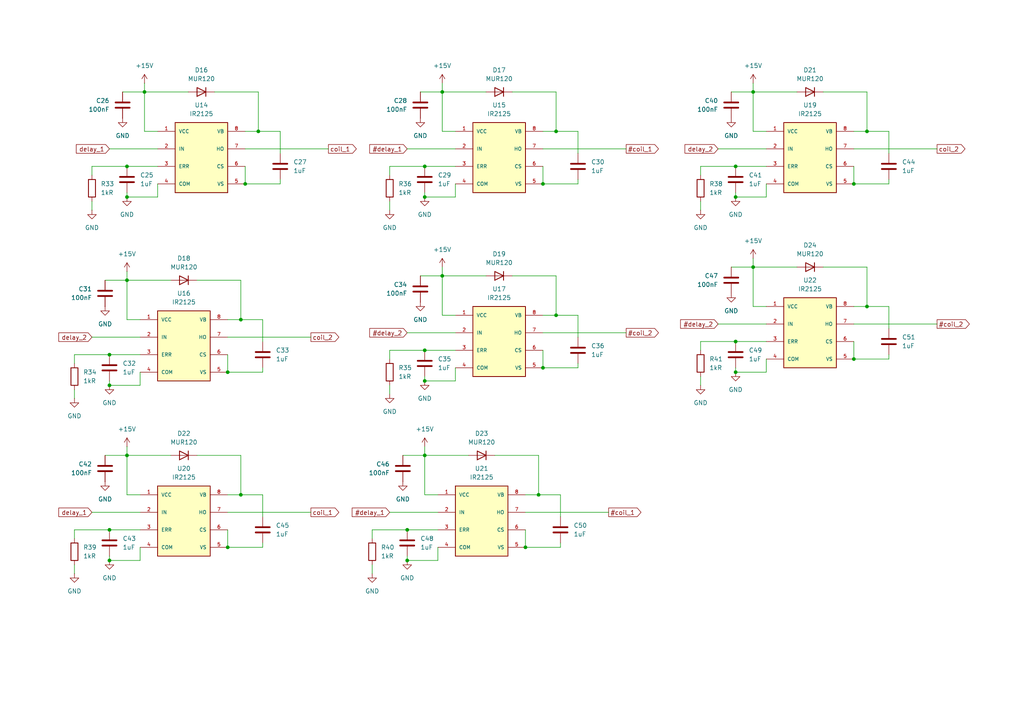
<source format=kicad_sch>
(kicad_sch (version 20250114) (generator "eeschema") (generator_version "9.0")
  (paper "A4")
  (lib_symbols
    (symbol "Device:C" (pin_numbers (hide yes)) (pin_names (offset 0.254))
      (property "Reference" "C" (at 0.635 2.54 0))
      (property "Value" "C" (at 0.635 -2.54 0))
      (symbol "C_0_1"
        (polyline (pts (xy -2.032 0.762) (xy 2.032 0.762)) (stroke (width 0.508)))
        (polyline (pts (xy -2.032 -0.762) (xy 2.032 -0.762)) (stroke (width 0.508)))
      )
      (symbol "C_1_1"
        (pin passive line (at 0 3.81 270) (length 2.794) (name "~") (number "1"))
        (pin passive line (at 0 -3.81 90) (length 2.794) (name "~") (number "2"))
      )
    )
    (symbol "Device:D" (pin_numbers (hide yes)) (pin_names (offset 1.016) (hide yes))
      (property "Reference" "D" (at 0 2.54 0))
      (property "Value" "D" (at 0 -2.54 0))
      (symbol "D_0_1"
        (polyline (pts (xy -1.27 1.27) (xy -1.27 -1.27)) (stroke (width 0.254)))
        (polyline (pts (xy 1.27 1.27) (xy 1.27 -1.27) (xy -1.27 0) (xy 1.27 1.27)) (stroke (width 0.254)))
        (polyline (pts (xy 1.27 0) (xy -1.27 0)))
      )
      (symbol "D_1_1"
        (pin passive line (at -3.81 0 0) (length 2.54) (name "K") (number "1"))
        (pin passive line (at 3.81 0 180) (length 2.54) (name "A") (number "2"))
      )
    )
    (symbol "Device:R" (pin_numbers (hide yes)) (pin_names (offset 0))
      (property "Reference" "R" (at 2.032 0 90))
      (property "Value" "R" (at 0 0 90))
      (symbol "R_0_1"
        (rectangle (start -1.016 -2.54) (end 1.016 2.54) (stroke (width 0.254)))
      )
      (symbol "R_1_1"
        (pin passive line (at 0 3.81 270) (length 1.27) (name "~") (number "1"))
        (pin passive line (at 0 -3.81 90) (length 1.27) (name "~") (number "2"))
      )
    )
    (symbol "IR2125:IR2125" (pin_names (offset 1.016))
      (property "Reference" "U" (at -7.6239 10.1652 0))
      (property "Value" "IR2125" (at -7.6344 -12.724 0))
      (symbol "IR2125_0_0"
        (rectangle (start -7.62 -10.16) (end 7.62 10.16) (stroke (width 0.254)) (fill (type background)))
        (pin power_in line (at -12.7 7.62 0) (length 5.08) (name "VCC") (number "1"))
        (pin input line (at -12.7 2.54 0) (length 5.08) (name "IN") (number "2"))
        (pin input line (at -12.7 -2.54 0) (length 5.08) (name "ERR") (number "3"))
        (pin power_in line (at -12.7 -7.62 0) (length 5.08) (name "COM") (number "4"))
        (pin power_in line (at 12.7 7.62 180) (length 5.08) (name "VB") (number "8"))
        (pin output line (at 12.7 2.54 180) (length 5.08) (name "HO") (number "7"))
        (pin input line (at 12.7 -2.54 180) (length 5.08) (name "CS") (number "6"))
        (pin power_in line (at 12.7 -7.62 180) (length 5.08) (name "VS") (number "5"))
      )
    )
    (symbol "power:+15V" (power) (pin_numbers (hide yes)) (pin_names (offset 0) (hide yes))
      (property "Value" "+15V" (at 0 3.556 0))
      (symbol "+15V_0_1"
        (polyline (pts (xy -0.762 1.27) (xy 0 2.54)))
        (polyline (pts (xy 0 2.54) (xy 0.762 1.27)))
        (polyline (pts (xy 0 0) (xy 0 2.54)))
      )
      (symbol "+15V_1_1"
        (pin power_in line (at 0 0 90) (length 0) (name "~") (number "1"))
      )
    )
    (symbol "power:GND" (power) (pin_numbers (hide yes)) (pin_names (offset 0) (hide yes))
      (property "Value" "GND" (at 0 -3.81 0))
      (symbol "GND_0_1"
        (polyline (pts (xy 0 0) (xy 0 -1.27) (xy 1.27 -1.27) (xy 0 -2.54) (xy -1.27 -1.27) (xy 0 -1.27)))
      )
      (symbol "GND_1_1"
        (pin power_in line (at 0 0 270) (length 0) (name "~") (number "1"))
      )
    )
  )
  (junction (at 123.19 132.08))
  (junction (at 213.36 57.15))
  (junction (at 36.83 132.08))
  (junction (at 128.27 80.01))
  (junction (at 74.93 38.1))
  (junction (at 71.12 53.34))
  (junction (at 66.04 158.75))
  (junction (at 218.44 77.47))
  (junction (at 128.27 26.67))
  (junction (at 123.19 110.49))
  (junction (at 247.65 104.14))
  (junction (at 157.48 106.68))
  (junction (at 161.29 38.1))
  (junction (at 213.36 48.26))
  (junction (at 152.4 158.75))
  (junction (at 251.46 88.9))
  (junction (at 118.11 153.67))
  (junction (at 41.91 26.67))
  (junction (at 247.65 53.34))
  (junction (at 31.75 102.87))
  (junction (at 213.36 99.06))
  (junction (at 31.75 153.67))
  (junction (at 156.21 143.51))
  (junction (at 36.83 48.26))
  (junction (at 251.46 38.1))
  (junction (at 123.19 57.15))
  (junction (at 66.04 107.95))
  (junction (at 123.19 48.26))
  (junction (at 69.85 92.71))
  (junction (at 161.29 91.44))
  (junction (at 123.19 101.6))
  (junction (at 31.75 111.76))
  (junction (at 36.83 81.28))
  (junction (at 157.48 53.34))
  (junction (at 118.11 162.56))
  (junction (at 69.85 143.51))
  (junction (at 213.36 107.95))
  (junction (at 31.75 162.56))
  (junction (at 218.44 26.67))
  (junction (at 36.83 57.15))
  (wire (pts (xy 62.23 26.67) (xy 74.93 26.67)))
  (wire (pts (xy 31.75 111.76) (xy 40.64 111.76)))
  (wire (pts (xy 251.46 88.9) (xy 247.65 88.9)))
  (wire (pts (xy 213.36 48.26) (xy 222.25 48.26)))
  (wire (pts (xy 71.12 43.18) (xy 95.25 43.18)))
  (wire (pts (xy 21.59 113.03) (xy 21.59 115.57)))
  (wire (pts (xy 247.65 93.98) (xy 271.78 93.98)))
  (wire (pts (xy 31.75 153.67) (xy 40.64 153.67)))
  (wire (pts (xy 203.2 58.42) (xy 203.2 60.96)))
  (wire (pts (xy 41.91 38.1) (xy 45.72 38.1)))
  (wire (pts (xy 36.83 81.28) (xy 49.53 81.28)))
  (wire (pts (xy 26.67 148.59) (xy 40.64 148.59)))
  (wire (pts (xy 76.2 107.95) (xy 76.2 106.68)))
  (wire (pts (xy 74.93 38.1) (xy 71.12 38.1)))
  (wire (pts (xy 31.75 110.49) (xy 31.75 111.76)))
  (wire (pts (xy 121.92 80.01) (xy 128.27 80.01)))
  (wire (pts (xy 118.11 161.29) (xy 118.11 162.56)))
  (wire (pts (xy 57.15 132.08) (xy 69.85 132.08)))
  (wire (pts (xy 35.56 26.67) (xy 41.91 26.67)))
  (wire (pts (xy 66.04 153.67) (xy 66.04 158.75)))
  (wire (pts (xy 31.75 161.29) (xy 31.75 162.56)))
  (wire (pts (xy 107.95 156.21) (xy 107.95 153.67)))
  (wire (pts (xy 123.19 55.88) (xy 123.19 57.15)))
  (wire (pts (xy 36.83 143.51) (xy 40.64 143.51)))
  (wire (pts (xy 157.48 53.34) (xy 167.64 53.34)))
  (wire (pts (xy 203.2 48.26) (xy 213.36 48.26)))
  (wire (pts (xy 218.44 26.67) (xy 231.14 26.67)))
  (wire (pts (xy 167.64 91.44) (xy 167.64 97.79)))
  (wire (pts (xy 123.19 48.26) (xy 132.08 48.26)))
  (wire (pts (xy 157.48 106.68) (xy 167.64 106.68)))
  (wire (pts (xy 218.44 88.9) (xy 222.25 88.9)))
  (wire (pts (xy 36.83 81.28) (xy 36.83 92.71)))
  (wire (pts (xy 212.09 26.67) (xy 218.44 26.67)))
  (wire (pts (xy 76.2 158.75) (xy 76.2 157.48)))
  (wire (pts (xy 128.27 26.67) (xy 128.27 38.1)))
  (wire (pts (xy 118.11 96.52) (xy 132.08 96.52)))
  (wire (pts (xy 71.12 48.26) (xy 71.12 53.34)))
  (wire (pts (xy 161.29 91.44) (xy 157.48 91.44)))
  (wire (pts (xy 21.59 163.83) (xy 21.59 166.37)))
  (wire (pts (xy 40.64 107.95) (xy 40.64 111.76)))
  (wire (pts (xy 212.09 77.47) (xy 218.44 77.47)))
  (wire (pts (xy 26.67 97.79) (xy 40.64 97.79)))
  (wire (pts (xy 128.27 24.13) (xy 128.27 26.67)))
  (wire (pts (xy 167.64 38.1) (xy 167.64 44.45)))
  (wire (pts (xy 152.4 148.59) (xy 176.53 148.59)))
  (wire (pts (xy 238.76 77.47) (xy 251.46 77.47)))
  (wire (pts (xy 26.67 58.42) (xy 26.67 60.96)))
  (wire (pts (xy 123.19 132.08) (xy 135.89 132.08)))
  (wire (pts (xy 21.59 153.67) (xy 31.75 153.67)))
  (wire (pts (xy 218.44 38.1) (xy 222.25 38.1)))
  (wire (pts (xy 156.21 132.08) (xy 156.21 143.51)))
  (wire (pts (xy 152.4 158.75) (xy 162.56 158.75)))
  (wire (pts (xy 118.11 162.56) (xy 127 162.56)))
  (wire (pts (xy 161.29 38.1) (xy 167.64 38.1)))
  (wire (pts (xy 128.27 38.1) (xy 132.08 38.1)))
  (wire (pts (xy 71.12 53.34) (xy 81.28 53.34)))
  (wire (pts (xy 161.29 80.01) (xy 161.29 91.44)))
  (wire (pts (xy 161.29 91.44) (xy 167.64 91.44)))
  (wire (pts (xy 251.46 26.67) (xy 251.46 38.1)))
  (wire (pts (xy 257.81 104.14) (xy 257.81 102.87)))
  (wire (pts (xy 156.21 143.51) (xy 152.4 143.51)))
  (wire (pts (xy 69.85 92.71) (xy 76.2 92.71)))
  (wire (pts (xy 45.72 53.34) (xy 45.72 57.15)))
  (wire (pts (xy 69.85 81.28) (xy 69.85 92.71)))
  (wire (pts (xy 66.04 102.87) (xy 66.04 107.95)))
  (wire (pts (xy 247.65 48.26) (xy 247.65 53.34)))
  (wire (pts (xy 128.27 77.47) (xy 128.27 80.01)))
  (wire (pts (xy 208.28 93.98) (xy 222.25 93.98)))
  (wire (pts (xy 21.59 102.87) (xy 31.75 102.87)))
  (wire (pts (xy 203.2 101.6) (xy 203.2 99.06)))
  (wire (pts (xy 30.48 132.08) (xy 36.83 132.08)))
  (wire (pts (xy 107.95 153.67) (xy 118.11 153.67)))
  (wire (pts (xy 31.75 102.87) (xy 40.64 102.87)))
  (wire (pts (xy 152.4 153.67) (xy 152.4 158.75)))
  (wire (pts (xy 36.83 48.26) (xy 45.72 48.26)))
  (wire (pts (xy 247.65 99.06) (xy 247.65 104.14)))
  (wire (pts (xy 69.85 143.51) (xy 66.04 143.51)))
  (wire (pts (xy 213.36 107.95) (xy 222.25 107.95)))
  (wire (pts (xy 36.83 132.08) (xy 49.53 132.08)))
  (wire (pts (xy 247.65 53.34) (xy 257.81 53.34)))
  (wire (pts (xy 40.64 158.75) (xy 40.64 162.56)))
  (wire (pts (xy 36.83 132.08) (xy 36.83 143.51)))
  (wire (pts (xy 76.2 92.71) (xy 76.2 99.06)))
  (wire (pts (xy 121.92 26.67) (xy 128.27 26.67)))
  (wire (pts (xy 36.83 57.15) (xy 45.72 57.15)))
  (wire (pts (xy 69.85 132.08) (xy 69.85 143.51)))
  (wire (pts (xy 36.83 55.88) (xy 36.83 57.15)))
  (wire (pts (xy 113.03 48.26) (xy 123.19 48.26)))
  (wire (pts (xy 257.81 53.34) (xy 257.81 52.07)))
  (wire (pts (xy 127 158.75) (xy 127 162.56)))
  (wire (pts (xy 21.59 156.21) (xy 21.59 153.67)))
  (wire (pts (xy 123.19 101.6) (xy 132.08 101.6)))
  (wire (pts (xy 113.03 58.42) (xy 113.03 60.96)))
  (wire (pts (xy 36.83 78.74) (xy 36.83 81.28)))
  (wire (pts (xy 161.29 26.67) (xy 161.29 38.1)))
  (wire (pts (xy 213.36 99.06) (xy 222.25 99.06)))
  (wire (pts (xy 251.46 77.47) (xy 251.46 88.9)))
  (wire (pts (xy 132.08 53.34) (xy 132.08 57.15)))
  (wire (pts (xy 251.46 88.9) (xy 257.81 88.9)))
  (wire (pts (xy 36.83 129.54) (xy 36.83 132.08)))
  (wire (pts (xy 113.03 104.14) (xy 113.03 101.6)))
  (wire (pts (xy 123.19 110.49) (xy 132.08 110.49)))
  (wire (pts (xy 123.19 57.15) (xy 132.08 57.15)))
  (wire (pts (xy 167.64 106.68) (xy 167.64 105.41)))
  (wire (pts (xy 203.2 109.22) (xy 203.2 111.76)))
  (wire (pts (xy 132.08 106.68) (xy 132.08 110.49)))
  (wire (pts (xy 113.03 111.76) (xy 113.03 114.3)))
  (wire (pts (xy 162.56 143.51) (xy 162.56 149.86)))
  (wire (pts (xy 30.48 81.28) (xy 36.83 81.28)))
  (wire (pts (xy 41.91 24.13) (xy 41.91 26.67)))
  (wire (pts (xy 156.21 143.51) (xy 162.56 143.51)))
  (wire (pts (xy 203.2 99.06) (xy 213.36 99.06)))
  (wire (pts (xy 69.85 92.71) (xy 66.04 92.71)))
  (wire (pts (xy 218.44 24.13) (xy 218.44 26.67)))
  (wire (pts (xy 222.25 104.14) (xy 222.25 107.95)))
  (wire (pts (xy 123.19 129.54) (xy 123.19 132.08)))
  (wire (pts (xy 148.59 26.67) (xy 161.29 26.67)))
  (wire (pts (xy 113.03 50.8) (xy 113.03 48.26)))
  (wire (pts (xy 128.27 26.67) (xy 140.97 26.67)))
  (wire (pts (xy 26.67 48.26) (xy 36.83 48.26)))
  (wire (pts (xy 218.44 77.47) (xy 231.14 77.47)))
  (wire (pts (xy 41.91 26.67) (xy 41.91 38.1)))
  (wire (pts (xy 74.93 38.1) (xy 81.28 38.1)))
  (wire (pts (xy 203.2 50.8) (xy 203.2 48.26)))
  (wire (pts (xy 118.11 153.67) (xy 127 153.67)))
  (wire (pts (xy 213.36 106.68) (xy 213.36 107.95)))
  (wire (pts (xy 157.48 96.52) (xy 181.61 96.52)))
  (wire (pts (xy 74.93 26.67) (xy 74.93 38.1)))
  (wire (pts (xy 128.27 80.01) (xy 128.27 91.44)))
  (wire (pts (xy 128.27 91.44) (xy 132.08 91.44)))
  (wire (pts (xy 66.04 148.59) (xy 90.17 148.59)))
  (wire (pts (xy 57.15 81.28) (xy 69.85 81.28)))
  (wire (pts (xy 66.04 107.95) (xy 76.2 107.95)))
  (wire (pts (xy 128.27 80.01) (xy 140.97 80.01)))
  (wire (pts (xy 213.36 57.15) (xy 222.25 57.15)))
  (wire (pts (xy 123.19 132.08) (xy 123.19 143.51)))
  (wire (pts (xy 161.29 38.1) (xy 157.48 38.1)))
  (wire (pts (xy 36.83 92.71) (xy 40.64 92.71)))
  (wire (pts (xy 257.81 88.9) (xy 257.81 95.25)))
  (wire (pts (xy 31.75 162.56) (xy 40.64 162.56)))
  (wire (pts (xy 116.84 132.08) (xy 123.19 132.08)))
  (wire (pts (xy 218.44 74.93) (xy 218.44 77.47)))
  (wire (pts (xy 257.81 38.1) (xy 257.81 44.45)))
  (wire (pts (xy 66.04 97.79) (xy 90.17 97.79)))
  (wire (pts (xy 76.2 143.51) (xy 76.2 149.86)))
  (wire (pts (xy 148.59 80.01) (xy 161.29 80.01)))
  (wire (pts (xy 21.59 105.41) (xy 21.59 102.87)))
  (wire (pts (xy 41.91 26.67) (xy 54.61 26.67)))
  (wire (pts (xy 66.04 158.75) (xy 76.2 158.75)))
  (wire (pts (xy 26.67 50.8) (xy 26.67 48.26)))
  (wire (pts (xy 157.48 43.18) (xy 181.61 43.18)))
  (wire (pts (xy 251.46 38.1) (xy 257.81 38.1)))
  (wire (pts (xy 222.25 53.34) (xy 222.25 57.15)))
  (wire (pts (xy 238.76 26.67) (xy 251.46 26.67)))
  (wire (pts (xy 107.95 163.83) (xy 107.95 166.37)))
  (wire (pts (xy 113.03 101.6) (xy 123.19 101.6)))
  (wire (pts (xy 123.19 143.51) (xy 127 143.51)))
  (wire (pts (xy 81.28 53.34) (xy 81.28 52.07)))
  (wire (pts (xy 251.46 38.1) (xy 247.65 38.1)))
  (wire (pts (xy 123.19 109.22) (xy 123.19 110.49)))
  (wire (pts (xy 218.44 26.67) (xy 218.44 38.1)))
  (wire (pts (xy 143.51 132.08) (xy 156.21 132.08)))
  (wire (pts (xy 113.03 148.59) (xy 127 148.59)))
  (wire (pts (xy 31.75 43.18) (xy 45.72 43.18)))
  (wire (pts (xy 157.48 101.6) (xy 157.48 106.68)))
  (wire (pts (xy 167.64 53.34) (xy 167.64 52.07)))
  (wire (pts (xy 247.65 43.18) (xy 271.78 43.18)))
  (wire (pts (xy 208.28 43.18) (xy 222.25 43.18)))
  (wire (pts (xy 81.28 38.1) (xy 81.28 44.45)))
  (wire (pts (xy 247.65 104.14) (xy 257.81 104.14)))
  (wire (pts (xy 157.48 48.26) (xy 157.48 53.34)))
  (wire (pts (xy 162.56 158.75) (xy 162.56 157.48)))
  (wire (pts (xy 69.85 143.51) (xy 76.2 143.51)))
  (wire (pts (xy 118.11 43.18) (xy 132.08 43.18)))
  (wire (pts (xy 218.44 77.47) (xy 218.44 88.9)))
  (wire (pts (xy 213.36 55.88) (xy 213.36 57.15)))
  (global_label "#coil_2" (shape output) (at 181.61 96.52 0) (property "Intersheetrefs" "${INTERSHEET_REFS}" (effects (hide yes))))
  (global_label "#delay_1" (shape input) (at 113.03 148.59 180) (property "Intersheetrefs" "${INTERSHEET_REFS}" (effects (hide yes))))
  (global_label "coil_2" (shape output) (at 90.17 97.79 0) (property "Intersheetrefs" "${INTERSHEET_REFS}" (effects (hide yes))))
  (global_label "delay_1" (shape input) (at 26.67 148.59 180) (property "Intersheetrefs" "${INTERSHEET_REFS}" (effects (hide yes))))
  (global_label "delay_2" (shape input) (at 26.67 97.79 180) (property "Intersheetrefs" "${INTERSHEET_REFS}" (effects (hide yes))))
  (global_label "#delay_2" (shape input) (at 118.11 96.52 180) (property "Intersheetrefs" "${INTERSHEET_REFS}" (effects (hide yes))))
  (global_label "#delay_2" (shape input) (at 208.28 93.98 180) (property "Intersheetrefs" "${INTERSHEET_REFS}" (effects (hide yes))))
  (global_label "delay_1" (shape input) (at 31.75 43.18 180) (property "Intersheetrefs" "${INTERSHEET_REFS}" (effects (hide yes))))
  (global_label "#coil_1" (shape output) (at 181.61 43.18 0) (property "Intersheetrefs" "${INTERSHEET_REFS}" (effects (hide yes))))
  (global_label "#coil_1" (shape output) (at 176.53 148.59 0) (property "Intersheetrefs" "${INTERSHEET_REFS}" (effects (hide yes))))
  (global_label "coil_1" (shape output) (at 90.17 148.59 0) (property "Intersheetrefs" "${INTERSHEET_REFS}" (effects (hide yes))))
  (global_label "coil_2" (shape output) (at 271.78 43.18 0) (property "Intersheetrefs" "${INTERSHEET_REFS}" (effects (hide yes))))
  (global_label "coil_1" (shape output) (at 95.25 43.18 0) (property "Intersheetrefs" "${INTERSHEET_REFS}" (effects (hide yes))))
  (global_label "#coil_2" (shape output) (at 271.78 93.98 0) (property "Intersheetrefs" "${INTERSHEET_REFS}" (effects (hide yes))))
  (global_label "delay_2" (shape input) (at 208.28 43.18 180) (property "Intersheetrefs" "${INTERSHEET_REFS}" (effects (hide yes))))
  (global_label "#delay_1" (shape input) (at 118.11 43.18 180) (property "Intersheetrefs" "${INTERSHEET_REFS}" (effects (hide yes))))
  (symbol (lib_id "power:GND") (at 113.03 114.3 0) (unit 1)
    (property "Reference" "#PWR0101" (effects (hide yes)))
    (property "Value" "GND" (at 113.03 119.38 0))
    (property "Description" "Power symbol creates a global label with name \"GND\" , ground" (effects (hide yes)))
  )
  (symbol (lib_id "power:+15V") (at 128.27 24.13 0) (unit 1)
    (property "Reference" "#PWR092" (effects (hide yes)))
    (property "Value" "+15V" (at 128.27 19.05 0))
    (property "Description" "Power symbol creates a global label with name \"+15V\"" (effects (hide yes)))
  )
  (symbol (lib_id "power:GND") (at 121.92 87.63 0) (unit 1)
    (property "Reference" "#PWR096" (effects (hide yes)))
    (property "Value" "GND" (at 121.92 92.71 0))
    (property "Description" "Power symbol creates a global label with name \"GND\" , ground" (effects (hide yes)))
  )
  (symbol (lib_id "Device:C") (at 121.92 83.82 0) (mirror y) (unit 1)
    (property "Reference" "C34" (at 118.11 82.5499 0) (effects (justify left)))
    (property "Value" "100nF" (at 118.11 85.0899 0) (effects (justify left)))
    (property "Description" "Unpolarized capacitor" (effects (hide yes)))
  )
  (symbol (lib_id "Device:C") (at 162.56 153.67 0) (unit 1)
    (property "Reference" "C50" (at 166.37 152.3999 0) (effects (justify left)))
    (property "Value" "1uF" (at 166.37 154.9399 0) (effects (justify left)))
    (property "Description" "Unpolarized capacitor" (effects (hide yes)))
  )
  (symbol (lib_id "Device:C") (at 257.81 99.06 0) (unit 1)
    (property "Reference" "C51" (at 261.62 97.7899 0) (effects (justify left)))
    (property "Value" "1uF" (at 261.62 100.3299 0) (effects (justify left)))
    (property "Description" "Unpolarized capacitor" (effects (hide yes)))
  )
  (symbol (lib_id "Device:D") (at 234.95 26.67 180) (unit 1)
    (property "Reference" "D21" (at 234.95 20.32 0))
    (property "Value" "MUR120" (at 234.95 22.86 0))
    (property "Description" "Diode" (effects (hide yes)))
    (property "Sim.Device" "D" (effects (hide yes)))
    (property "Sim.Pins" "1=K 2=A" (effects (hide yes)))
  )
  (symbol (lib_id "power:GND") (at 213.36 57.15 0) (unit 1)
    (property "Reference" "#PWR0110" (effects (hide yes)))
    (property "Value" "GND" (at 213.36 62.23 0))
    (property "Description" "Power symbol creates a global label with name \"GND\" , ground" (effects (hide yes)))
  )
  (symbol (lib_id "Device:R") (at 113.03 54.61 0) (unit 1)
    (property "Reference" "R36" (at 115.57 53.3399 0) (effects (justify left)))
    (property "Value" "1kR" (at 115.57 55.8799 0) (effects (justify left)))
    (property "Description" "Resistor" (effects (hide yes)))
  )
  (symbol (lib_id "Device:R") (at 113.03 107.95 0) (unit 1)
    (property "Reference" "R35" (at 115.57 106.6799 0) (effects (justify left)))
    (property "Value" "1kR" (at 115.57 109.2199 0) (effects (justify left)))
    (property "Description" "Resistor" (effects (hide yes)))
  )
  (symbol (lib_id "power:GND") (at 121.92 34.29 0) (unit 1)
    (property "Reference" "#PWR090" (effects (hide yes)))
    (property "Value" "GND" (at 121.92 39.37 0))
    (property "Description" "Power symbol creates a global label with name \"GND\" , ground" (effects (hide yes)))
  )
  (symbol (lib_id "power:+15V") (at 218.44 24.13 0) (unit 1)
    (property "Reference" "#PWR0113" (effects (hide yes)))
    (property "Value" "+15V" (at 218.44 19.05 0))
    (property "Description" "Power symbol creates a global label with name \"+15V\"" (effects (hide yes)))
  )
  (symbol (lib_id "IR2125:IR2125") (at 58.42 45.72 0) (unit 1)
    (property "Reference" "U14" (at 58.42 30.48 0))
    (property "Value" "IR2125" (at 58.42 33.02 0))
    (property "Footprint" "IR2125:DIL08" (effects (hide yes)))
  )
  (symbol (lib_id "Device:C") (at 31.75 157.48 0) (unit 1)
    (property "Reference" "C43" (at 35.56 156.2099 0) (effects (justify left)))
    (property "Value" "1uF" (at 35.56 158.7499 0) (effects (justify left)))
    (property "Description" "Unpolarized capacitor" (effects (hide yes)))
  )
  (symbol (lib_id "IR2125:IR2125") (at 139.7 151.13 0) (unit 1)
    (property "Reference" "U21" (at 139.7 135.89 0))
    (property "Value" "IR2125" (at 139.7 138.43 0))
    (property "Footprint" "IR2125:DIL08" (effects (hide yes)))
  )
  (symbol (lib_id "power:+15V") (at 218.44 74.93 0) (unit 1)
    (property "Reference" "#PWR0122" (effects (hide yes)))
    (property "Value" "+15V" (at 218.44 69.85 0))
    (property "Description" "Power symbol creates a global label with name \"+15V\"" (effects (hide yes)))
  )
  (symbol (lib_id "Device:R") (at 21.59 109.22 0) (unit 1)
    (property "Reference" "R34" (at 24.13 107.9499 0) (effects (justify left)))
    (property "Value" "1kR" (at 24.13 110.4899 0) (effects (justify left)))
    (property "Description" "Resistor" (effects (hide yes)))
  )
  (symbol (lib_id "power:GND") (at 35.56 34.29 0) (unit 1)
    (property "Reference" "#PWR089" (effects (hide yes)))
    (property "Value" "GND" (at 35.56 39.37 0))
    (property "Description" "Power symbol creates a global label with name \"GND\" , ground" (effects (hide yes)))
  )
  (symbol (lib_id "power:+15V") (at 36.83 129.54 0) (unit 1)
    (property "Reference" "#PWR0114" (effects (hide yes)))
    (property "Value" "+15V" (at 36.83 124.46 0))
    (property "Description" "Power symbol creates a global label with name \"+15V\"" (effects (hide yes)))
  )
  (symbol (lib_id "power:GND") (at 30.48 139.7 0) (unit 1)
    (property "Reference" "#PWR0111" (effects (hide yes)))
    (property "Value" "GND" (at 30.48 144.78 0))
    (property "Description" "Power symbol creates a global label with name \"GND\" , ground" (effects (hide yes)))
  )
  (symbol (lib_id "Device:C") (at 167.64 101.6 0) (unit 1)
    (property "Reference" "C36" (at 171.45 100.3299 0) (effects (justify left)))
    (property "Value" "1uF" (at 171.45 102.8699 0) (effects (justify left)))
    (property "Description" "Unpolarized capacitor" (effects (hide yes)))
  )
  (symbol (lib_id "power:GND") (at 212.09 85.09 0) (unit 1)
    (property "Reference" "#PWR0118" (effects (hide yes)))
    (property "Value" "GND" (at 212.09 90.17 0))
    (property "Description" "Power symbol creates a global label with name \"GND\" , ground" (effects (hide yes)))
  )
  (symbol (lib_id "Device:C") (at 123.19 52.07 0) (unit 1)
    (property "Reference" "C29" (at 127 50.7999 0) (effects (justify left)))
    (property "Value" "1uF" (at 127 53.3399 0) (effects (justify left)))
    (property "Description" "Unpolarized capacitor" (effects (hide yes)))
  )
  (symbol (lib_id "power:GND") (at 26.67 60.96 0) (unit 1)
    (property "Reference" "#PWR099" (effects (hide yes)))
    (property "Value" "GND" (at 26.67 66.04 0))
    (property "Description" "Power symbol creates a global label with name \"GND\" , ground" (effects (hide yes)))
  )
  (symbol (lib_id "IR2125:IR2125") (at 234.95 96.52 0) (unit 1)
    (property "Reference" "U22" (at 234.95 81.28 0))
    (property "Value" "IR2125" (at 234.95 83.82 0))
    (property "Footprint" "IR2125:DIL08" (effects (hide yes)))
  )
  (symbol (lib_id "IR2125:IR2125") (at 234.95 45.72 0) (unit 1)
    (property "Reference" "U19" (at 234.95 30.48 0))
    (property "Value" "IR2125" (at 234.95 33.02 0))
    (property "Footprint" "IR2125:DIL08" (effects (hide yes)))
  )
  (symbol (lib_id "power:GND") (at 116.84 139.7 0) (unit 1)
    (property "Reference" "#PWR0117" (effects (hide yes)))
    (property "Value" "GND" (at 116.84 144.78 0))
    (property "Description" "Power symbol creates a global label with name \"GND\" , ground" (effects (hide yes)))
  )
  (symbol (lib_id "Device:R") (at 203.2 105.41 0) (unit 1)
    (property "Reference" "R41" (at 205.74 104.1399 0) (effects (justify left)))
    (property "Value" "1kR" (at 205.74 106.6799 0) (effects (justify left)))
    (property "Description" "Resistor" (effects (hide yes)))
  )
  (symbol (lib_id "power:+15V") (at 36.83 78.74 0) (unit 1)
    (property "Reference" "#PWR095" (effects (hide yes)))
    (property "Value" "+15V" (at 36.83 73.66 0))
    (property "Description" "Power symbol creates a global label with name \"+15V\"" (effects (hide yes)))
  )
  (symbol (lib_id "Device:R") (at 203.2 54.61 0) (unit 1)
    (property "Reference" "R38" (at 205.74 53.3399 0) (effects (justify left)))
    (property "Value" "1kR" (at 205.74 55.8799 0) (effects (justify left)))
    (property "Description" "Resistor" (effects (hide yes)))
  )
  (symbol (lib_id "Device:C") (at 116.84 135.89 0) (mirror y) (unit 1)
    (property "Reference" "C46" (at 113.03 134.6199 0) (effects (justify left)))
    (property "Value" "100nF" (at 113.03 137.1599 0) (effects (justify left)))
    (property "Description" "Unpolarized capacitor" (effects (hide yes)))
  )
  (symbol (lib_id "IR2125:IR2125") (at 144.78 45.72 0) (unit 1)
    (property "Reference" "U15" (at 144.78 30.48 0))
    (property "Value" "IR2125" (at 144.78 33.02 0))
    (property "Footprint" "IR2125:DIL08" (effects (hide yes)))
  )
  (symbol (lib_id "Device:C") (at 30.48 85.09 0) (mirror y) (unit 1)
    (property "Reference" "C31" (at 26.67 83.8199 0) (effects (justify left)))
    (property "Value" "100nF" (at 26.67 86.3599 0) (effects (justify left)))
    (property "Description" "Unpolarized capacitor" (effects (hide yes)))
  )
  (symbol (lib_id "Device:R") (at 26.67 54.61 0) (unit 1)
    (property "Reference" "R33" (at 29.21 53.3399 0) (effects (justify left)))
    (property "Value" "1kR" (at 29.21 55.8799 0) (effects (justify left)))
    (property "Description" "Resistor" (effects (hide yes)))
  )
  (symbol (lib_id "Device:C") (at 167.64 48.26 0) (unit 1)
    (property "Reference" "C30" (at 171.45 46.9899 0) (effects (justify left)))
    (property "Value" "1uF" (at 171.45 49.5299 0) (effects (justify left)))
    (property "Description" "Unpolarized capacitor" (effects (hide yes)))
  )
  (symbol (lib_id "Device:C") (at 35.56 30.48 0) (mirror y) (unit 1)
    (property "Reference" "C26" (at 31.75 29.2099 0) (effects (justify left)))
    (property "Value" "100nF" (at 31.75 31.7499 0) (effects (justify left)))
    (property "Description" "Unpolarized capacitor" (effects (hide yes)))
  )
  (symbol (lib_id "power:GND") (at 31.75 111.76 0) (unit 1)
    (property "Reference" "#PWR094" (effects (hide yes)))
    (property "Value" "GND" (at 31.75 116.84 0))
    (property "Description" "Power symbol creates a global label with name \"GND\" , ground" (effects (hide yes)))
  )
  (symbol (lib_id "Device:D") (at 144.78 80.01 180) (unit 1)
    (property "Reference" "D19" (at 144.78 73.66 0))
    (property "Value" "MUR120" (at 144.78 76.2 0))
    (property "Description" "Diode" (effects (hide yes)))
    (property "Sim.Device" "D" (effects (hide yes)))
    (property "Sim.Pins" "1=K 2=A" (effects (hide yes)))
  )
  (symbol (lib_id "power:GND") (at 118.11 162.56 0) (unit 1)
    (property "Reference" "#PWR0119" (effects (hide yes)))
    (property "Value" "GND" (at 118.11 167.64 0))
    (property "Description" "Power symbol creates a global label with name \"GND\" , ground" (effects (hide yes)))
  )
  (symbol (lib_id "Device:C") (at 118.11 157.48 0) (unit 1)
    (property "Reference" "C48" (at 121.92 156.2099 0) (effects (justify left)))
    (property "Value" "1uF" (at 121.92 158.7499 0) (effects (justify left)))
    (property "Description" "Unpolarized capacitor" (effects (hide yes)))
  )
  (symbol (lib_id "Device:C") (at 123.19 105.41 0) (unit 1)
    (property "Reference" "C35" (at 127 104.1399 0) (effects (justify left)))
    (property "Value" "1uF" (at 127 106.6799 0) (effects (justify left)))
    (property "Description" "Unpolarized capacitor" (effects (hide yes)))
  )
  (symbol (lib_id "power:GND") (at 123.19 110.49 0) (unit 1)
    (property "Reference" "#PWR097" (effects (hide yes)))
    (property "Value" "GND" (at 123.19 115.57 0))
    (property "Description" "Power symbol creates a global label with name \"GND\" , ground" (effects (hide yes)))
  )
  (symbol (lib_id "Device:D") (at 139.7 132.08 180) (unit 1)
    (property "Reference" "D23" (at 139.7 125.73 0))
    (property "Value" "MUR120" (at 139.7 128.27 0))
    (property "Description" "Diode" (effects (hide yes)))
    (property "Sim.Device" "D" (effects (hide yes)))
    (property "Sim.Pins" "1=K 2=A" (effects (hide yes)))
  )
  (symbol (lib_id "power:GND") (at 203.2 111.76 0) (unit 1)
    (property "Reference" "#PWR0116" (effects (hide yes)))
    (property "Value" "GND" (at 203.2 116.84 0))
    (property "Description" "Power symbol creates a global label with name \"GND\" , ground" (effects (hide yes)))
  )
  (symbol (lib_id "Device:C") (at 76.2 102.87 0) (unit 1)
    (property "Reference" "C33" (at 80.01 101.5999 0) (effects (justify left)))
    (property "Value" "1uF" (at 80.01 104.1399 0) (effects (justify left)))
    (property "Description" "Unpolarized capacitor" (effects (hide yes)))
  )
  (symbol (lib_id "Device:C") (at 76.2 153.67 0) (unit 1)
    (property "Reference" "C45" (at 80.01 152.3999 0) (effects (justify left)))
    (property "Value" "1uF" (at 80.01 154.9399 0) (effects (justify left)))
    (property "Description" "Unpolarized capacitor" (effects (hide yes)))
  )
  (symbol (lib_id "Device:C") (at 257.81 48.26 0) (unit 1)
    (property "Reference" "C44" (at 261.62 46.9899 0) (effects (justify left)))
    (property "Value" "1uF" (at 261.62 49.5299 0) (effects (justify left)))
    (property "Description" "Unpolarized capacitor" (effects (hide yes)))
  )
  (symbol (lib_id "IR2125:IR2125") (at 144.78 99.06 0) (unit 1)
    (property "Reference" "U17" (at 144.78 83.82 0))
    (property "Value" "IR2125" (at 144.78 86.36 0))
    (property "Footprint" "IR2125:DIL08" (effects (hide yes)))
  )
  (symbol (lib_id "power:GND") (at 113.03 60.96 0) (unit 1)
    (property "Reference" "#PWR0102" (effects (hide yes)))
    (property "Value" "GND" (at 113.03 66.04 0))
    (property "Description" "Power symbol creates a global label with name \"GND\" , ground" (effects (hide yes)))
  )
  (symbol (lib_id "power:GND") (at 107.95 166.37 0) (unit 1)
    (property "Reference" "#PWR0115" (effects (hide yes)))
    (property "Value" "GND" (at 107.95 171.45 0))
    (property "Description" "Power symbol creates a global label with name \"GND\" , ground" (effects (hide yes)))
  )
  (symbol (lib_id "power:GND") (at 212.09 34.29 0) (unit 1)
    (property "Reference" "#PWR0109" (effects (hide yes)))
    (property "Value" "GND" (at 212.09 39.37 0))
    (property "Description" "Power symbol creates a global label with name \"GND\" , ground" (effects (hide yes)))
  )
  (symbol (lib_id "Device:C") (at 213.36 102.87 0) (unit 1)
    (property "Reference" "C49" (at 217.17 101.5999 0) (effects (justify left)))
    (property "Value" "1uF" (at 217.17 104.1399 0) (effects (justify left)))
    (property "Description" "Unpolarized capacitor" (effects (hide yes)))
  )
  (symbol (lib_id "power:+15V") (at 123.19 129.54 0) (unit 1)
    (property "Reference" "#PWR0121" (effects (hide yes)))
    (property "Value" "+15V" (at 123.19 124.46 0))
    (property "Description" "Power symbol creates a global label with name \"+15V\"" (effects (hide yes)))
  )
  (symbol (lib_id "IR2125:IR2125") (at 53.34 100.33 0) (unit 1)
    (property "Reference" "U16" (at 53.34 85.09 0))
    (property "Value" "IR2125" (at 53.34 87.63 0))
    (property "Footprint" "IR2125:DIL08" (effects (hide yes)))
  )
  (symbol (lib_id "Device:C") (at 121.92 30.48 0) (mirror y) (unit 1)
    (property "Reference" "C28" (at 118.11 29.2099 0) (effects (justify left)))
    (property "Value" "100nF" (at 118.11 31.7499 0) (effects (justify left)))
    (property "Description" "Unpolarized capacitor" (effects (hide yes)))
  )
  (symbol (lib_id "power:+15V") (at 41.91 24.13 0) (unit 1)
    (property "Reference" "#PWR087" (effects (hide yes)))
    (property "Value" "+15V" (at 41.91 19.05 0))
    (property "Description" "Power symbol creates a global label with name \"+15V\"" (effects (hide yes)))
  )
  (symbol (lib_id "power:GND") (at 36.83 57.15 0) (unit 1)
    (property "Reference" "#PWR088" (effects (hide yes)))
    (property "Value" "GND" (at 36.83 62.23 0))
    (property "Description" "Power symbol creates a global label with name \"GND\" , ground" (effects (hide yes)))
  )
  (symbol (lib_id "Device:D") (at 53.34 132.08 180) (unit 1)
    (property "Reference" "D22" (at 53.34 125.73 0))
    (property "Value" "MUR120" (at 53.34 128.27 0))
    (property "Description" "Diode" (effects (hide yes)))
    (property "Sim.Device" "D" (effects (hide yes)))
    (property "Sim.Pins" "1=K 2=A" (effects (hide yes)))
  )
  (symbol (lib_id "Device:R") (at 21.59 160.02 0) (unit 1)
    (property "Reference" "R39" (at 24.13 158.7499 0) (effects (justify left)))
    (property "Value" "1kR" (at 24.13 161.2899 0) (effects (justify left)))
    (property "Description" "Resistor" (effects (hide yes)))
  )
  (symbol (lib_id "Device:C") (at 213.36 52.07 0) (unit 1)
    (property "Reference" "C41" (at 217.17 50.7999 0) (effects (justify left)))
    (property "Value" "1uF" (at 217.17 53.3399 0) (effects (justify left)))
    (property "Description" "Unpolarized capacitor" (effects (hide yes)))
  )
  (symbol (lib_id "Device:C") (at 212.09 81.28 0) (mirror y) (unit 1)
    (property "Reference" "C47" (at 208.28 80.0099 0) (effects (justify left)))
    (property "Value" "100nF" (at 208.28 82.5499 0) (effects (justify left)))
    (property "Description" "Unpolarized capacitor" (effects (hide yes)))
  )
  (symbol (lib_id "Device:D") (at 144.78 26.67 180) (unit 1)
    (property "Reference" "D17" (at 144.78 20.32 0))
    (property "Value" "MUR120" (at 144.78 22.86 0))
    (property "Description" "Diode" (effects (hide yes)))
    (property "Sim.Device" "D" (effects (hide yes)))
    (property "Sim.Pins" "1=K 2=A" (effects (hide yes)))
  )
  (symbol (lib_id "power:GND") (at 21.59 166.37 0) (unit 1)
    (property "Reference" "#PWR0108" (effects (hide yes)))
    (property "Value" "GND" (at 21.59 171.45 0))
    (property "Description" "Power symbol creates a global label with name \"GND\" , ground" (effects (hide yes)))
  )
  (symbol (lib_id "Device:C") (at 31.75 106.68 0) (unit 1)
    (property "Reference" "C32" (at 35.56 105.4099 0) (effects (justify left)))
    (property "Value" "1uF" (at 35.56 107.9499 0) (effects (justify left)))
    (property "Description" "Unpolarized capacitor" (effects (hide yes)))
  )
  (symbol (lib_id "Device:D") (at 53.34 81.28 180) (unit 1)
    (property "Reference" "D18" (at 53.34 74.93 0))
    (property "Value" "MUR120" (at 53.34 77.47 0))
    (property "Description" "Diode" (effects (hide yes)))
    (property "Sim.Device" "D" (effects (hide yes)))
    (property "Sim.Pins" "1=K 2=A" (effects (hide yes)))
  )
  (symbol (lib_id "Device:R") (at 107.95 160.02 0) (unit 1)
    (property "Reference" "R40" (at 110.49 158.7499 0) (effects (justify left)))
    (property "Value" "1kR" (at 110.49 161.2899 0) (effects (justify left)))
    (property "Description" "Resistor" (effects (hide yes)))
  )
  (symbol (lib_id "Device:C") (at 212.09 30.48 0) (mirror y) (unit 1)
    (property "Reference" "C40" (at 208.28 29.2099 0) (effects (justify left)))
    (property "Value" "100nF" (at 208.28 31.7499 0) (effects (justify left)))
    (property "Description" "Unpolarized capacitor" (effects (hide yes)))
  )
  (symbol (lib_id "power:GND") (at 203.2 60.96 0) (unit 1)
    (property "Reference" "#PWR0107" (effects (hide yes)))
    (property "Value" "GND" (at 203.2 66.04 0))
    (property "Description" "Power symbol creates a global label with name \"GND\" , ground" (effects (hide yes)))
  )
  (symbol (lib_id "Device:D") (at 234.95 77.47 180) (unit 1)
    (property "Reference" "D24" (at 234.95 71.12 0))
    (property "Value" "MUR120" (at 234.95 73.66 0))
    (property "Description" "Diode" (effects (hide yes)))
    (property "Sim.Device" "D" (effects (hide yes)))
    (property "Sim.Pins" "1=K 2=A" (effects (hide yes)))
  )
  (symbol (lib_id "Device:C") (at 30.48 135.89 0) (mirror y) (unit 1)
    (property "Reference" "C42" (at 26.67 134.6199 0) (effects (justify left)))
    (property "Value" "100nF" (at 26.67 137.1599 0) (effects (justify left)))
    (property "Description" "Unpolarized capacitor" (effects (hide yes)))
  )
  (symbol (lib_id "power:GND") (at 31.75 162.56 0) (unit 1)
    (property "Reference" "#PWR0112" (effects (hide yes)))
    (property "Value" "GND" (at 31.75 167.64 0))
    (property "Description" "Power symbol creates a global label with name \"GND\" , ground" (effects (hide yes)))
  )
  (symbol (lib_id "Device:D") (at 58.42 26.67 180) (unit 1)
    (property "Reference" "D16" (at 58.42 20.32 0))
    (property "Value" "MUR120" (at 58.42 22.86 0))
    (property "Description" "Diode" (effects (hide yes)))
    (property "Sim.Device" "D" (effects (hide yes)))
    (property "Sim.Pins" "1=K 2=A" (effects (hide yes)))
  )
  (symbol (lib_id "Device:C") (at 81.28 48.26 0) (unit 1)
    (property "Reference" "C27" (at 85.09 46.9899 0) (effects (justify left)))
    (property "Value" "1uF" (at 85.09 49.5299 0) (effects (justify left)))
    (property "Description" "Unpolarized capacitor" (effects (hide yes)))
  )
  (symbol (lib_id "Device:C") (at 36.83 52.07 0) (unit 1)
    (property "Reference" "C25" (at 40.64 50.7999 0) (effects (justify left)))
    (property "Value" "1uF" (at 40.64 53.3399 0) (effects (justify left)))
    (property "Description" "Unpolarized capacitor" (effects (hide yes)))
  )
  (symbol (lib_id "power:GND") (at 213.36 107.95 0) (unit 1)
    (property "Reference" "#PWR0120" (effects (hide yes)))
    (property "Value" "GND" (at 213.36 113.03 0))
    (property "Description" "Power symbol creates a global label with name \"GND\" , ground" (effects (hide yes)))
  )
  (symbol (lib_id "power:GND") (at 21.59 115.57 0) (unit 1)
    (property "Reference" "#PWR0100" (effects (hide yes)))
    (property "Value" "GND" (at 21.59 120.65 0))
    (property "Description" "Power symbol creates a global label with name \"GND\" , ground" (effects (hide yes)))
  )
  (symbol (lib_id "power:+15V") (at 128.27 77.47 0) (unit 1)
    (property "Reference" "#PWR098" (effects (hide yes)))
    (property "Value" "+15V" (at 128.27 72.39 0))
    (property "Description" "Power symbol creates a global label with name \"+15V\"" (effects (hide yes)))
  )
  (symbol (lib_id "IR2125:IR2125") (at 53.34 151.13 0) (unit 1)
    (property "Reference" "U20" (at 53.34 135.89 0))
    (property "Value" "IR2125" (at 53.34 138.43 0))
    (property "Footprint" "IR2125:DIL08" (effects (hide yes)))
  )
  (symbol (lib_id "power:GND") (at 30.48 88.9 0) (unit 1)
    (property "Reference" "#PWR093" (effects (hide yes)))
    (property "Value" "GND" (at 30.48 93.98 0))
    (property "Description" "Power symbol creates a global label with name \"GND\" , ground" (effects (hide yes)))
  )
  (symbol (lib_id "power:GND") (at 123.19 57.15 0) (unit 1)
    (property "Reference" "#PWR091" (effects (hide yes)))
    (property "Value" "GND" (at 123.19 62.23 0))
    (property "Description" "Power symbol creates a global label with name \"GND\" , ground" (effects (hide yes)))
  )
)
</source>
